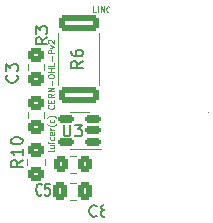
<source format=gto>
%TF.GenerationSoftware,KiCad,Pcbnew,(6.0.1)*%
%TF.CreationDate,2024-02-25T12:41:37+01:00*%
%TF.ProjectId,Lin1,4c696e31-2e6b-4696-9361-645f70636258,rev?*%
%TF.SameCoordinates,Original*%
%TF.FileFunction,Legend,Top*%
%TF.FilePolarity,Positive*%
%FSLAX46Y46*%
G04 Gerber Fmt 4.6, Leading zero omitted, Abs format (unit mm)*
G04 Created by KiCad (PCBNEW (6.0.1)) date 2024-02-25 12:41:37*
%MOMM*%
%LPD*%
G01*
G04 APERTURE LIST*
G04 Aperture macros list*
%AMRoundRect*
0 Rectangle with rounded corners*
0 $1 Rounding radius*
0 $2 $3 $4 $5 $6 $7 $8 $9 X,Y pos of 4 corners*
0 Add a 4 corners polygon primitive as box body*
4,1,4,$2,$3,$4,$5,$6,$7,$8,$9,$2,$3,0*
0 Add four circle primitives for the rounded corners*
1,1,$1+$1,$2,$3*
1,1,$1+$1,$4,$5*
1,1,$1+$1,$6,$7*
1,1,$1+$1,$8,$9*
0 Add four rect primitives between the rounded corners*
20,1,$1+$1,$2,$3,$4,$5,0*
20,1,$1+$1,$4,$5,$6,$7,0*
20,1,$1+$1,$6,$7,$8,$9,0*
20,1,$1+$1,$8,$9,$2,$3,0*%
%AMFreePoly0*
4,1,215,0.767300,12.195887,1.446896,12.134039,2.121981,12.034351,2.790448,11.897134,3.450213,11.722817,4.099218,11.511942,4.735440,11.265168,5.356895,10.983263,5.961645,10.667108,6.547803,10.317687,7.113543,9.936091,7.657099,9.523510,8.176776,9.081230,8.670954,8.610630,9.138093,8.113178,9.576734,7.590426,9.985511,7.044003,10.363148,6.475613,10.708468,5.887030,11.020393,5.280088,
11.297953,4.656680,11.540279,4.018750,11.746618,3.368288,11.916325,2.707323,12.048872,2.037914,12.143844,1.362150,12.200946,0.682139,12.220000,0.000000,12.215236,-0.341202,12.177143,-1.022543,12.101076,-1.700695,11.987272,-2.373544,11.836086,-3.038990,11.647990,-3.694960,11.423570,-4.339407,11.163525,-4.970322,10.868668,-5.585737,10.539917,-6.183733,10.178298,-6.762445,9.784937,-7.320068,
9.361063,-7.854865,8.907997,-8.365166,8.427151,-8.849380,7.920025,-9.305998,7.388201,-9.733596,6.833337,-10.130839,6.257164,-10.496490,5.661478,-10.829408,5.048136,-11.128554,4.419052,-11.392997,3.776188,-11.621911,3.121547,-11.814582,2.457172,-11.970410,1.785135,-12.088908,1.107530,-12.169707,0.426472,-12.212556,-0.255916,-12.217320,-0.937507,-12.183985,-1.616173,-12.112654,-2.289800,-12.003550,
-2.956286,-11.857014,-3.613552,-11.673502,-4.259550,-11.453586,-4.892265,-11.197953,-5.509724,-10.907399,-6.110000,-10.582830,-6.691223,-10.225260,-7.251579,-9.835802,-7.789321,-9.415672,-8.302773,-8.966179,-8.790332,-8.488725,-9.250480,-7.984800,-9.681779,-7.455974,-10.082887,-6.903897,-10.452551,-6.330290,-10.789620,-5.736942,-11.093041,-5.125704,-11.361869,-4.498482,-11.595265,-3.857231,-11.792502,-3.203952,
-11.952964,-2.540681,-12.076151,-1.869487,-12.161679,-1.192463,-12.209281,-0.511720,-12.213485,-0.210651,-9.282581,-0.210651,-9.249639,-0.809239,-9.178137,-1.404452,-9.068374,-1.993811,-8.920807,-2.574859,-8.736051,-3.145172,-8.514876,-3.702374,-8.258205,-4.244141,-7.967108,-4.768216,-7.642797,-5.272413,-7.286626,-5.754630,-6.900078,-6.212858,-6.484766,-6.645186,-6.042420,-7.049812,-5.574884,-7.425049,
-5.084109,-7.769332,-4.572138,-8.081227,-4.041108,-8.359434,-3.493231,-8.602791,-2.930792,-8.810286,-2.356135,-8.981053,-1.771656,-9.114380,-1.179791,-9.209711,-0.583008,-9.266649,0.016205,-9.284957,0.615351,-9.264558,1.211932,-9.205537,1.803460,-9.108140,2.387471,-8.972774,2.961528,-8.800002,3.523239,-8.590545,4.070263,-8.345277,4.600319,-8.065218,5.111198,-7.751538,5.600769,-7.405544,
6.066991,-7.028677,6.507922,-6.622510,6.921723,-6.188735,7.306669,-5.729160,7.661155,-5.245702,7.983703,-4.740376,8.272970,-4.215289,8.527748,-3.672629,8.746976,-3.114658,8.929740,-2.543703,9.075278,-1.962145,9.182984,-1.372406,9.252407,-0.776946,9.283260,-0.178248,9.284971,0.000000,9.265618,0.599181,9.207638,1.195863,9.111274,1.787561,8.976927,2.371806,8.805158,2.946165,
8.596682,3.508241,8.352368,4.055692,8.073235,4.586236,7.760447,5.097661,7.415308,5.587835,7.039255,6.054715,6.633858,6.496354,6.200806,6.910911,5.741904,7.296658,5.259065,7.651988,4.754303,7.975418,4.229721,8.265600,3.687507,8.521325,3.129920,8.741527,2.559285,8.925287,1.977981,9.071840,1.388431,9.180574,0.793094,9.251037,0.194450,9.282935,-0.405005,9.276134,
-1.002771,9.230663,-1.596357,9.146712,-2.183288,9.024630,-2.761117,8.864926,-3.327436,8.668267,-3.879884,8.435472,-4.416157,8.167511,-4.934020,7.865502,-5.431315,7.530704,-5.905968,7.164512,-6.356000,6.768453,-6.779536,6.344177,-7.174809,5.893454,-7.540172,5.418163,-7.874102,4.920285,-8.175207,4.401895,-8.442231,3.865155,-8.674061,3.312302,-8.869732,2.745641,-9.028427,2.167533,
-9.149484,1.580390,-9.232399,0.986659,-9.276827,0.388814,-9.282581,-0.210651,-12.213485,-0.210651,-12.218809,0.170618,-12.190233,0.852424,-12.123642,1.531572,-12.019243,2.205944,-11.877363,2.873437,-11.698444,3.531969,-11.483044,4.179486,-11.231834,4.813970,-10.945598,5.433442,-10.625228,6.035970,-10.271724,6.619674,-9.886188,7.182736,-9.469822,7.723398,-9.023924,8.239975,-8.549886,8.730856,
-8.049185,9.194510,-7.523383,9.629491,-6.974120,10.034443,-6.403108,10.408103,-5.812128,10.749306,-5.203023,11.056987,-4.577693,11.330187,-3.938087,11.568054,-3.286200,11.769847,-2.624066,11.934935,-1.953748,12.062805,-1.277338,12.153058,-0.596944,12.205411,0.085311,12.219702,0.767300,12.195887,0.767300,12.195887,$1*%
G04 Aperture macros list end*
%ADD10C,0.125000*%
%ADD11C,0.150000*%
%ADD12C,0.120000*%
%ADD13RoundRect,0.250000X0.450000X-0.325000X0.450000X0.325000X-0.450000X0.325000X-0.450000X-0.325000X0*%
%ADD14RoundRect,0.150000X0.512500X0.150000X-0.512500X0.150000X-0.512500X-0.150000X0.512500X-0.150000X0*%
%ADD15RoundRect,0.250000X-0.325000X-0.450000X0.325000X-0.450000X0.325000X0.450000X-0.325000X0.450000X0*%
%ADD16R,3.000000X2.000000*%
%ADD17RoundRect,0.249999X1.425001X-0.450001X1.425001X0.450001X-1.425001X0.450001X-1.425001X-0.450001X0*%
%ADD18RoundRect,0.250000X0.450000X-0.350000X0.450000X0.350000X-0.450000X0.350000X-0.450000X-0.350000X0*%
%ADD19R,1.200000X2.200000*%
%ADD20R,5.800000X6.400000*%
%ADD21C,1.524000*%
%ADD22C,4.940000*%
%ADD23FreePoly0,0.000000*%
%ADD24RoundRect,0.250000X0.337500X0.475000X-0.337500X0.475000X-0.337500X-0.475000X0.337500X-0.475000X0*%
%ADD25O,1.143000X0.857250*%
G04 APERTURE END LIST*
D10*
X145826190Y-103309523D02*
X145802380Y-103357142D01*
X145754761Y-103380952D01*
X145326190Y-103380952D01*
X145492857Y-102904761D02*
X145826190Y-102904761D01*
X145492857Y-103119047D02*
X145754761Y-103119047D01*
X145802380Y-103095238D01*
X145826190Y-103047619D01*
X145826190Y-102976190D01*
X145802380Y-102928571D01*
X145778571Y-102904761D01*
X145826190Y-102666666D02*
X145492857Y-102666666D01*
X145326190Y-102666666D02*
X145350000Y-102690476D01*
X145373809Y-102666666D01*
X145350000Y-102642857D01*
X145326190Y-102666666D01*
X145373809Y-102666666D01*
X145802380Y-102214285D02*
X145826190Y-102261904D01*
X145826190Y-102357142D01*
X145802380Y-102404761D01*
X145778571Y-102428571D01*
X145730952Y-102452380D01*
X145588095Y-102452380D01*
X145540476Y-102428571D01*
X145516666Y-102404761D01*
X145492857Y-102357142D01*
X145492857Y-102261904D01*
X145516666Y-102214285D01*
X145802380Y-101809523D02*
X145826190Y-101857142D01*
X145826190Y-101952380D01*
X145802380Y-102000000D01*
X145754761Y-102023809D01*
X145564285Y-102023809D01*
X145516666Y-102000000D01*
X145492857Y-101952380D01*
X145492857Y-101857142D01*
X145516666Y-101809523D01*
X145564285Y-101785714D01*
X145611904Y-101785714D01*
X145659523Y-102023809D01*
X145826190Y-101571428D02*
X145492857Y-101571428D01*
X145588095Y-101571428D02*
X145540476Y-101547619D01*
X145516666Y-101523809D01*
X145492857Y-101476190D01*
X145492857Y-101428571D01*
X146016666Y-101119047D02*
X145992857Y-101142857D01*
X145921428Y-101190476D01*
X145873809Y-101214285D01*
X145802380Y-101238095D01*
X145683333Y-101261904D01*
X145588095Y-101261904D01*
X145469047Y-101238095D01*
X145397619Y-101214285D01*
X145350000Y-101190476D01*
X145278571Y-101142857D01*
X145254761Y-101119047D01*
X145802380Y-100714285D02*
X145826190Y-100761904D01*
X145826190Y-100857142D01*
X145802380Y-100904761D01*
X145778571Y-100928571D01*
X145730952Y-100952380D01*
X145588095Y-100952380D01*
X145540476Y-100928571D01*
X145516666Y-100904761D01*
X145492857Y-100857142D01*
X145492857Y-100761904D01*
X145516666Y-100714285D01*
X146016666Y-100547619D02*
X145992857Y-100523809D01*
X145921428Y-100476190D01*
X145873809Y-100452380D01*
X145802380Y-100428571D01*
X145683333Y-100404761D01*
X145588095Y-100404761D01*
X145469047Y-100428571D01*
X145397619Y-100452380D01*
X145350000Y-100476190D01*
X145278571Y-100523809D01*
X145254761Y-100547619D01*
X145778571Y-99500000D02*
X145802380Y-99523809D01*
X145826190Y-99595238D01*
X145826190Y-99642857D01*
X145802380Y-99714285D01*
X145754761Y-99761904D01*
X145707142Y-99785714D01*
X145611904Y-99809523D01*
X145540476Y-99809523D01*
X145445238Y-99785714D01*
X145397619Y-99761904D01*
X145350000Y-99714285D01*
X145326190Y-99642857D01*
X145326190Y-99595238D01*
X145350000Y-99523809D01*
X145373809Y-99500000D01*
X145564285Y-99285714D02*
X145564285Y-99119047D01*
X145826190Y-99047619D02*
X145826190Y-99285714D01*
X145326190Y-99285714D01*
X145326190Y-99047619D01*
X145826190Y-98547619D02*
X145588095Y-98714285D01*
X145826190Y-98833333D02*
X145326190Y-98833333D01*
X145326190Y-98642857D01*
X145350000Y-98595238D01*
X145373809Y-98571428D01*
X145421428Y-98547619D01*
X145492857Y-98547619D01*
X145540476Y-98571428D01*
X145564285Y-98595238D01*
X145588095Y-98642857D01*
X145588095Y-98833333D01*
X145826190Y-98333333D02*
X145326190Y-98333333D01*
X145826190Y-98047619D01*
X145326190Y-98047619D01*
X145635714Y-97809523D02*
X145635714Y-97428571D01*
X145326190Y-97095238D02*
X145326190Y-97000000D01*
X145350000Y-96952380D01*
X145397619Y-96904761D01*
X145492857Y-96880952D01*
X145659523Y-96880952D01*
X145754761Y-96904761D01*
X145802380Y-96952380D01*
X145826190Y-97000000D01*
X145826190Y-97095238D01*
X145802380Y-97142857D01*
X145754761Y-97190476D01*
X145659523Y-97214285D01*
X145492857Y-97214285D01*
X145397619Y-97190476D01*
X145350000Y-97142857D01*
X145326190Y-97095238D01*
X145826190Y-96666666D02*
X145326190Y-96666666D01*
X145564285Y-96666666D02*
X145564285Y-96380952D01*
X145826190Y-96380952D02*
X145326190Y-96380952D01*
X145826190Y-95904761D02*
X145826190Y-96142857D01*
X145326190Y-96142857D01*
X145635714Y-95738095D02*
X145635714Y-95357142D01*
X145826190Y-95119047D02*
X145326190Y-95119047D01*
X145326190Y-94928571D01*
X145350000Y-94880952D01*
X145373809Y-94857142D01*
X145421428Y-94833333D01*
X145492857Y-94833333D01*
X145540476Y-94857142D01*
X145564285Y-94880952D01*
X145588095Y-94928571D01*
X145588095Y-95119047D01*
X145492857Y-94666666D02*
X145826190Y-94547619D01*
X145492857Y-94428571D01*
X145373809Y-94261904D02*
X145350000Y-94238095D01*
X145326190Y-94190476D01*
X145326190Y-94071428D01*
X145350000Y-94023809D01*
X145373809Y-94000000D01*
X145421428Y-93976190D01*
X145469047Y-93976190D01*
X145540476Y-94000000D01*
X145826190Y-94285714D01*
X145826190Y-93976190D01*
X149354761Y-91626190D02*
X149116666Y-91626190D01*
X149116666Y-91126190D01*
X149521428Y-91626190D02*
X149521428Y-91126190D01*
X149759523Y-91626190D02*
X149759523Y-91126190D01*
X150045238Y-91626190D01*
X150045238Y-91126190D01*
X150378571Y-91126190D02*
X150426190Y-91126190D01*
X150473809Y-91150000D01*
X150497619Y-91173809D01*
X150521428Y-91221428D01*
X150545238Y-91316666D01*
X150545238Y-91435714D01*
X150521428Y-91530952D01*
X150497619Y-91578571D01*
X150473809Y-91602380D01*
X150426190Y-91626190D01*
X150378571Y-91626190D01*
X150330952Y-91602380D01*
X150307142Y-91578571D01*
X150283333Y-91530952D01*
X150259523Y-91435714D01*
X150259523Y-91316666D01*
X150283333Y-91221428D01*
X150307142Y-91173809D01*
X150330952Y-91150000D01*
X150378571Y-91126190D01*
X151021428Y-91626190D02*
X150735714Y-91626190D01*
X150878571Y-91626190D02*
X150878571Y-91126190D01*
X150830952Y-91197619D01*
X150783333Y-91245238D01*
X150735714Y-91269047D01*
X151116666Y-91673809D02*
X151497619Y-91673809D01*
X151545238Y-91126190D02*
X151711904Y-91626190D01*
X151878571Y-91126190D01*
X152307142Y-91626190D02*
X152021428Y-91626190D01*
X152164285Y-91626190D02*
X152164285Y-91126190D01*
X152116666Y-91197619D01*
X152069047Y-91245238D01*
X152021428Y-91269047D01*
D11*
X142657142Y-96966666D02*
X142704761Y-97014285D01*
X142752380Y-97157142D01*
X142752380Y-97252380D01*
X142704761Y-97395238D01*
X142609523Y-97490476D01*
X142514285Y-97538095D01*
X142323809Y-97585714D01*
X142180952Y-97585714D01*
X141990476Y-97538095D01*
X141895238Y-97490476D01*
X141800000Y-97395238D01*
X141752380Y-97252380D01*
X141752380Y-97157142D01*
X141800000Y-97014285D01*
X141847619Y-96966666D01*
X141752380Y-96633333D02*
X141752380Y-96014285D01*
X142133333Y-96347619D01*
X142133333Y-96204761D01*
X142180952Y-96109523D01*
X142228571Y-96061904D01*
X142323809Y-96014285D01*
X142561904Y-96014285D01*
X142657142Y-96061904D01*
X142704761Y-96109523D01*
X142752380Y-96204761D01*
X142752380Y-96490476D01*
X142704761Y-96585714D01*
X142657142Y-96633333D01*
X145252380Y-93766666D02*
X144776190Y-94100000D01*
X145252380Y-94338095D02*
X144252380Y-94338095D01*
X144252380Y-93957142D01*
X144300000Y-93861904D01*
X144347619Y-93814285D01*
X144442857Y-93766666D01*
X144585714Y-93766666D01*
X144680952Y-93814285D01*
X144728571Y-93861904D01*
X144776190Y-93957142D01*
X144776190Y-94338095D01*
X144252380Y-93433333D02*
X144252380Y-92814285D01*
X144633333Y-93147619D01*
X144633333Y-93004761D01*
X144680952Y-92909523D01*
X144728571Y-92861904D01*
X144823809Y-92814285D01*
X145061904Y-92814285D01*
X145157142Y-92861904D01*
X145204761Y-92909523D01*
X145252380Y-93004761D01*
X145252380Y-93290476D01*
X145204761Y-93385714D01*
X145157142Y-93433333D01*
X146638095Y-101152380D02*
X146638095Y-101961904D01*
X146685714Y-102057142D01*
X146733333Y-102104761D01*
X146828571Y-102152380D01*
X147019047Y-102152380D01*
X147114285Y-102104761D01*
X147161904Y-102057142D01*
X147209523Y-101961904D01*
X147209523Y-101152380D01*
X147590476Y-101152380D02*
X148209523Y-101152380D01*
X147876190Y-101533333D01*
X148019047Y-101533333D01*
X148114285Y-101580952D01*
X148161904Y-101628571D01*
X148209523Y-101723809D01*
X148209523Y-101961904D01*
X148161904Y-102057142D01*
X148114285Y-102104761D01*
X148019047Y-102152380D01*
X147733333Y-102152380D01*
X147638095Y-102104761D01*
X147590476Y-102057142D01*
X144775000Y-107057142D02*
X144739285Y-107104761D01*
X144632142Y-107152380D01*
X144560714Y-107152380D01*
X144453571Y-107104761D01*
X144382142Y-107009523D01*
X144346428Y-106914285D01*
X144310714Y-106723809D01*
X144310714Y-106580952D01*
X144346428Y-106390476D01*
X144382142Y-106295238D01*
X144453571Y-106200000D01*
X144560714Y-106152380D01*
X144632142Y-106152380D01*
X144739285Y-106200000D01*
X144775000Y-106247619D01*
X145453571Y-106152380D02*
X145096428Y-106152380D01*
X145060714Y-106628571D01*
X145096428Y-106580952D01*
X145167857Y-106533333D01*
X145346428Y-106533333D01*
X145417857Y-106580952D01*
X145453571Y-106628571D01*
X145489285Y-106723809D01*
X145489285Y-106961904D01*
X145453571Y-107057142D01*
X145417857Y-107104761D01*
X145346428Y-107152380D01*
X145167857Y-107152380D01*
X145096428Y-107104761D01*
X145060714Y-107057142D01*
X155011428Y-94583142D02*
X155011428Y-93821238D01*
X155392380Y-92821238D02*
X155392380Y-93392666D01*
X155392380Y-93106952D02*
X154392380Y-93106952D01*
X154535238Y-93202190D01*
X154630476Y-93297428D01*
X154678095Y-93392666D01*
X154690428Y-107333142D02*
X154690428Y-106571238D01*
X155071380Y-106952190D02*
X154309476Y-106952190D01*
X155071380Y-105571238D02*
X155071380Y-106142666D01*
X155071380Y-105856952D02*
X154071380Y-105856952D01*
X154214238Y-105952190D01*
X154309476Y-106047428D01*
X154357095Y-106142666D01*
X148262380Y-95756666D02*
X147786190Y-96090000D01*
X148262380Y-96328095D02*
X147262380Y-96328095D01*
X147262380Y-95947142D01*
X147310000Y-95851904D01*
X147357619Y-95804285D01*
X147452857Y-95756666D01*
X147595714Y-95756666D01*
X147690952Y-95804285D01*
X147738571Y-95851904D01*
X147786190Y-95947142D01*
X147786190Y-96328095D01*
X147262380Y-94899523D02*
X147262380Y-95090000D01*
X147310000Y-95185238D01*
X147357619Y-95232857D01*
X147500476Y-95328095D01*
X147690952Y-95375714D01*
X148071904Y-95375714D01*
X148167142Y-95328095D01*
X148214761Y-95280476D01*
X148262380Y-95185238D01*
X148262380Y-94994761D01*
X148214761Y-94899523D01*
X148167142Y-94851904D01*
X148071904Y-94804285D01*
X147833809Y-94804285D01*
X147738571Y-94851904D01*
X147690952Y-94899523D01*
X147643333Y-94994761D01*
X147643333Y-95185238D01*
X147690952Y-95280476D01*
X147738571Y-95328095D01*
X147833809Y-95375714D01*
X158452380Y-97366666D02*
X157976190Y-97700000D01*
X158452380Y-97938095D02*
X157452380Y-97938095D01*
X157452380Y-97557142D01*
X157500000Y-97461904D01*
X157547619Y-97414285D01*
X157642857Y-97366666D01*
X157785714Y-97366666D01*
X157880952Y-97414285D01*
X157928571Y-97461904D01*
X157976190Y-97557142D01*
X157976190Y-97938095D01*
X157452380Y-96461904D02*
X157452380Y-96938095D01*
X157928571Y-96985714D01*
X157880952Y-96938095D01*
X157833333Y-96842857D01*
X157833333Y-96604761D01*
X157880952Y-96509523D01*
X157928571Y-96461904D01*
X158023809Y-96414285D01*
X158261904Y-96414285D01*
X158357142Y-96461904D01*
X158404761Y-96509523D01*
X158452380Y-96604761D01*
X158452380Y-96842857D01*
X158404761Y-96938095D01*
X158357142Y-96985714D01*
X158247619Y-103295238D02*
X158200000Y-103390476D01*
X158104761Y-103485714D01*
X157961904Y-103628571D01*
X157914285Y-103723809D01*
X157914285Y-103819047D01*
X158152380Y-103771428D02*
X158104761Y-103866666D01*
X158009523Y-103961904D01*
X157819047Y-104009523D01*
X157485714Y-104009523D01*
X157295238Y-103961904D01*
X157200000Y-103866666D01*
X157152380Y-103771428D01*
X157152380Y-103580952D01*
X157200000Y-103485714D01*
X157295238Y-103390476D01*
X157485714Y-103342857D01*
X157819047Y-103342857D01*
X158009523Y-103390476D01*
X158104761Y-103485714D01*
X158152380Y-103580952D01*
X158152380Y-103771428D01*
X157247619Y-102961904D02*
X157200000Y-102914285D01*
X157152380Y-102819047D01*
X157152380Y-102580952D01*
X157200000Y-102485714D01*
X157247619Y-102438095D01*
X157342857Y-102390476D01*
X157438095Y-102390476D01*
X157580952Y-102438095D01*
X158152380Y-103009523D01*
X158152380Y-102390476D01*
X149433333Y-108857142D02*
X149385714Y-108904761D01*
X149242857Y-108952380D01*
X149147619Y-108952380D01*
X149004761Y-108904761D01*
X148909523Y-108809523D01*
X148861904Y-108714285D01*
X148814285Y-108523809D01*
X148814285Y-108380952D01*
X148861904Y-108190476D01*
X148909523Y-108095238D01*
X149004761Y-108000000D01*
X149147619Y-107952380D01*
X149242857Y-107952380D01*
X149385714Y-108000000D01*
X149433333Y-108047619D01*
X150004761Y-108380952D02*
X149909523Y-108333333D01*
X149861904Y-108285714D01*
X149814285Y-108190476D01*
X149814285Y-108142857D01*
X149861904Y-108047619D01*
X149909523Y-108000000D01*
X150004761Y-107952380D01*
X150195238Y-107952380D01*
X150290476Y-108000000D01*
X150338095Y-108047619D01*
X150385714Y-108142857D01*
X150385714Y-108190476D01*
X150338095Y-108285714D01*
X150290476Y-108333333D01*
X150195238Y-108380952D01*
X150004761Y-108380952D01*
X149909523Y-108428571D01*
X149861904Y-108476190D01*
X149814285Y-108571428D01*
X149814285Y-108761904D01*
X149861904Y-108857142D01*
X149909523Y-108904761D01*
X150004761Y-108952380D01*
X150195238Y-108952380D01*
X150290476Y-108904761D01*
X150338095Y-108857142D01*
X150385714Y-108761904D01*
X150385714Y-108571428D01*
X150338095Y-108476190D01*
X150290476Y-108428571D01*
X150195238Y-108380952D01*
X143152380Y-104142857D02*
X142676190Y-104476190D01*
X143152380Y-104714285D02*
X142152380Y-104714285D01*
X142152380Y-104333333D01*
X142200000Y-104238095D01*
X142247619Y-104190476D01*
X142342857Y-104142857D01*
X142485714Y-104142857D01*
X142580952Y-104190476D01*
X142628571Y-104238095D01*
X142676190Y-104333333D01*
X142676190Y-104714285D01*
X143152380Y-103190476D02*
X143152380Y-103761904D01*
X143152380Y-103476190D02*
X142152380Y-103476190D01*
X142295238Y-103571428D01*
X142390476Y-103666666D01*
X142438095Y-103761904D01*
X142152380Y-102571428D02*
X142152380Y-102476190D01*
X142200000Y-102380952D01*
X142247619Y-102333333D01*
X142342857Y-102285714D01*
X142533333Y-102238095D01*
X142771428Y-102238095D01*
X142961904Y-102285714D01*
X143057142Y-102333333D01*
X143104761Y-102380952D01*
X143152380Y-102476190D01*
X143152380Y-102571428D01*
X143104761Y-102666666D01*
X143057142Y-102714285D01*
X142961904Y-102761904D01*
X142771428Y-102809523D01*
X142533333Y-102809523D01*
X142342857Y-102761904D01*
X142247619Y-102714285D01*
X142200000Y-102666666D01*
X142152380Y-102571428D01*
D12*
X143590000Y-100561252D02*
X143590000Y-100038748D01*
X145010000Y-100561252D02*
X145010000Y-100038748D01*
X145010000Y-96561252D02*
X145010000Y-96038748D01*
X143590000Y-96561252D02*
X143590000Y-96038748D01*
X148000000Y-100080000D02*
X148800000Y-100080000D01*
X148000000Y-103200000D02*
X147200000Y-103200000D01*
X148000000Y-103200000D02*
X149800000Y-103200000D01*
X148000000Y-100080000D02*
X147200000Y-100080000D01*
X147138748Y-103790000D02*
X147661252Y-103790000D01*
X147138748Y-105210000D02*
X147661252Y-105210000D01*
X146190000Y-97767064D02*
X146190000Y-93412936D01*
X149610000Y-97767064D02*
X149610000Y-93412936D01*
X158835000Y-100227064D02*
X158835000Y-99772936D01*
X157365000Y-100227064D02*
X157365000Y-99772936D01*
X150420000Y-97430000D02*
X150420000Y-96330000D01*
X150150000Y-98930000D02*
X150150000Y-97430000D01*
X150150000Y-97430000D02*
X150420000Y-97430000D01*
X157050000Y-98930000D02*
X157050000Y-97430000D01*
X156780000Y-97430000D02*
X156780000Y-94600000D01*
X157050000Y-97430000D02*
X156780000Y-97430000D01*
X147661252Y-107535000D02*
X147138748Y-107535000D01*
X147661252Y-106065000D02*
X147138748Y-106065000D01*
X143565000Y-104527064D02*
X143565000Y-104072936D01*
X145035000Y-104527064D02*
X145035000Y-104072936D01*
%LPC*%
D13*
X144300000Y-101325000D03*
X144300000Y-99275000D03*
X144300000Y-97325000D03*
X144300000Y-95275000D03*
D14*
X149137500Y-102590000D03*
X149137500Y-101640000D03*
X149137500Y-100690000D03*
X146862500Y-100690000D03*
X146862500Y-102590000D03*
D15*
X146375000Y-104500000D03*
X148425000Y-104500000D03*
D16*
X152530000Y-93030000D03*
X152000000Y-106950000D03*
D17*
X147900000Y-98640000D03*
X147900000Y-92540000D03*
D18*
X158100000Y-101000000D03*
X158100000Y-99000000D03*
D19*
X155880000Y-95700000D03*
D20*
X153600000Y-102000000D03*
D19*
X153600000Y-95700000D03*
X151320000Y-95700000D03*
D21*
X156096000Y-91364000D03*
X139250000Y-100000000D03*
D22*
X150000000Y-111750000D03*
D21*
X157620000Y-107366000D03*
D22*
X150000000Y-88250000D03*
D23*
X150000000Y-100000000D03*
D21*
X142634000Y-92126000D03*
X160750000Y-100000000D03*
X143142000Y-108128000D03*
D24*
X148437500Y-106800000D03*
X146362500Y-106800000D03*
D18*
X144300000Y-105300000D03*
X144300000Y-103300000D03*
D25*
X142400000Y-98700000D03*
X142400000Y-99970000D03*
X142400000Y-101240000D03*
M02*

</source>
